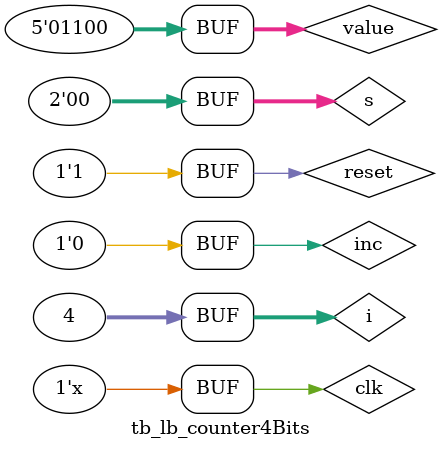
<source format=v>
`timescale 1ps / 1fs


module tb_lb_counter4Bits;

	// Inputs
	reg clk;
	reg reset;
	reg inc;
	reg [4:0] value;
	// Outputs
	wire done;
	
	integer i;
	reg [1:0] s;
	
	// Instantiate the Unit Under Test (UUT)
	lb_counter4Bits uut (
		.clk(clk), 
		.reset(reset), 
		.inc(inc), 
		.value(value), 
		.done(done)
	);
	

	always 
		#10 clk = ~clk;
		
	initial begin
		// Initialize Inputs
		clk = 0;
		reset = 0;
		inc = 0;
		s = 0;
		value = 8;
		
		#15;
		reset = 1;
		#10;
		
		for(i=0; i<4; i=i+1) begin
		inc = 1;
		#220;
		value = value + 1;
		#15
		reset = 0;
		#20;
		reset = 1;
		#10;
		inc = 0;
		end
		// Wait 100 ns for global reset to finish
		#100;
        
		// Add stimulus here

	end
      
endmodule


</source>
